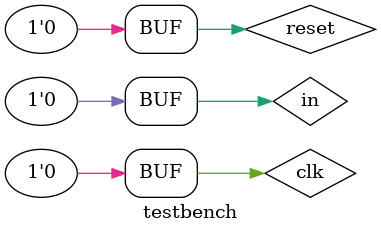
<source format=sv>
`timescale 1ns/1ns
module testbench;

    // Signals for DUT connections
    logic clk; 
    logic reset;
    logic in;
    logic out;

    // DUT Instantiation
    exampleFSM dut (
        .clk(clk),
        .reset(reset),
        .x(in),
        .y(out)
    );

    // Generate waveform file
    // So where does the vcd file come from?
    initial begin
        $dumpfile("exampleFSM.vcd");
        $dumpvars(0, testbench);
    end

    // Clock generation
    always
        begin
            clk = 1; #5;
            clk = 0; #5;
        end

    // Stimulus for test cases
    initial 
        begin
            // This means, set reset to 1, and weit 10ns and do nothing
            // So what do we want to do next... Well what if the reset
            // switches and goes form high to low, let's make some cool stuff
            reset <= 1; #10; 
            reset <= 0; in <= 0; #10;
        end

endmodule

</source>
